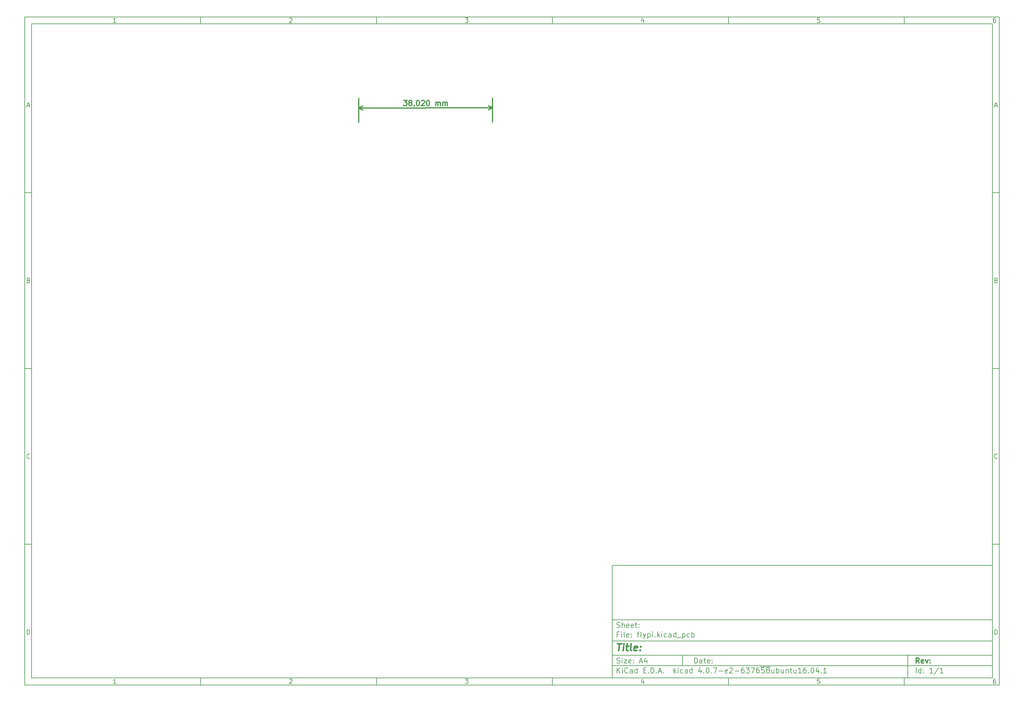
<source format=gbr>
G04 #@! TF.FileFunction,Other,User*
%FSLAX46Y46*%
G04 Gerber Fmt 4.6, Leading zero omitted, Abs format (unit mm)*
G04 Created by KiCad (PCBNEW 4.0.7-e2-6376~58~ubuntu16.04.1) date Fri Dec 29 18:16:50 2017*
%MOMM*%
%LPD*%
G01*
G04 APERTURE LIST*
%ADD10C,0.100000*%
%ADD11C,0.150000*%
%ADD12C,0.300000*%
%ADD13C,0.400000*%
G04 APERTURE END LIST*
D10*
D11*
X177002200Y-166007200D02*
X177002200Y-198007200D01*
X285002200Y-198007200D01*
X285002200Y-166007200D01*
X177002200Y-166007200D01*
D10*
D11*
X10000000Y-10000000D02*
X10000000Y-200007200D01*
X287002200Y-200007200D01*
X287002200Y-10000000D01*
X10000000Y-10000000D01*
D10*
D11*
X12000000Y-12000000D02*
X12000000Y-198007200D01*
X285002200Y-198007200D01*
X285002200Y-12000000D01*
X12000000Y-12000000D01*
D10*
D11*
X60000000Y-12000000D02*
X60000000Y-10000000D01*
D10*
D11*
X110000000Y-12000000D02*
X110000000Y-10000000D01*
D10*
D11*
X160000000Y-12000000D02*
X160000000Y-10000000D01*
D10*
D11*
X210000000Y-12000000D02*
X210000000Y-10000000D01*
D10*
D11*
X260000000Y-12000000D02*
X260000000Y-10000000D01*
D10*
D11*
X35990476Y-11588095D02*
X35247619Y-11588095D01*
X35619048Y-11588095D02*
X35619048Y-10288095D01*
X35495238Y-10473810D01*
X35371429Y-10597619D01*
X35247619Y-10659524D01*
D10*
D11*
X85247619Y-10411905D02*
X85309524Y-10350000D01*
X85433333Y-10288095D01*
X85742857Y-10288095D01*
X85866667Y-10350000D01*
X85928571Y-10411905D01*
X85990476Y-10535714D01*
X85990476Y-10659524D01*
X85928571Y-10845238D01*
X85185714Y-11588095D01*
X85990476Y-11588095D01*
D10*
D11*
X135185714Y-10288095D02*
X135990476Y-10288095D01*
X135557143Y-10783333D01*
X135742857Y-10783333D01*
X135866667Y-10845238D01*
X135928571Y-10907143D01*
X135990476Y-11030952D01*
X135990476Y-11340476D01*
X135928571Y-11464286D01*
X135866667Y-11526190D01*
X135742857Y-11588095D01*
X135371429Y-11588095D01*
X135247619Y-11526190D01*
X135185714Y-11464286D01*
D10*
D11*
X185866667Y-10721429D02*
X185866667Y-11588095D01*
X185557143Y-10226190D02*
X185247619Y-11154762D01*
X186052381Y-11154762D01*
D10*
D11*
X235928571Y-10288095D02*
X235309524Y-10288095D01*
X235247619Y-10907143D01*
X235309524Y-10845238D01*
X235433333Y-10783333D01*
X235742857Y-10783333D01*
X235866667Y-10845238D01*
X235928571Y-10907143D01*
X235990476Y-11030952D01*
X235990476Y-11340476D01*
X235928571Y-11464286D01*
X235866667Y-11526190D01*
X235742857Y-11588095D01*
X235433333Y-11588095D01*
X235309524Y-11526190D01*
X235247619Y-11464286D01*
D10*
D11*
X285866667Y-10288095D02*
X285619048Y-10288095D01*
X285495238Y-10350000D01*
X285433333Y-10411905D01*
X285309524Y-10597619D01*
X285247619Y-10845238D01*
X285247619Y-11340476D01*
X285309524Y-11464286D01*
X285371429Y-11526190D01*
X285495238Y-11588095D01*
X285742857Y-11588095D01*
X285866667Y-11526190D01*
X285928571Y-11464286D01*
X285990476Y-11340476D01*
X285990476Y-11030952D01*
X285928571Y-10907143D01*
X285866667Y-10845238D01*
X285742857Y-10783333D01*
X285495238Y-10783333D01*
X285371429Y-10845238D01*
X285309524Y-10907143D01*
X285247619Y-11030952D01*
D10*
D11*
X60000000Y-198007200D02*
X60000000Y-200007200D01*
D10*
D11*
X110000000Y-198007200D02*
X110000000Y-200007200D01*
D10*
D11*
X160000000Y-198007200D02*
X160000000Y-200007200D01*
D10*
D11*
X210000000Y-198007200D02*
X210000000Y-200007200D01*
D10*
D11*
X260000000Y-198007200D02*
X260000000Y-200007200D01*
D10*
D11*
X35990476Y-199595295D02*
X35247619Y-199595295D01*
X35619048Y-199595295D02*
X35619048Y-198295295D01*
X35495238Y-198481010D01*
X35371429Y-198604819D01*
X35247619Y-198666724D01*
D10*
D11*
X85247619Y-198419105D02*
X85309524Y-198357200D01*
X85433333Y-198295295D01*
X85742857Y-198295295D01*
X85866667Y-198357200D01*
X85928571Y-198419105D01*
X85990476Y-198542914D01*
X85990476Y-198666724D01*
X85928571Y-198852438D01*
X85185714Y-199595295D01*
X85990476Y-199595295D01*
D10*
D11*
X135185714Y-198295295D02*
X135990476Y-198295295D01*
X135557143Y-198790533D01*
X135742857Y-198790533D01*
X135866667Y-198852438D01*
X135928571Y-198914343D01*
X135990476Y-199038152D01*
X135990476Y-199347676D01*
X135928571Y-199471486D01*
X135866667Y-199533390D01*
X135742857Y-199595295D01*
X135371429Y-199595295D01*
X135247619Y-199533390D01*
X135185714Y-199471486D01*
D10*
D11*
X185866667Y-198728629D02*
X185866667Y-199595295D01*
X185557143Y-198233390D02*
X185247619Y-199161962D01*
X186052381Y-199161962D01*
D10*
D11*
X235928571Y-198295295D02*
X235309524Y-198295295D01*
X235247619Y-198914343D01*
X235309524Y-198852438D01*
X235433333Y-198790533D01*
X235742857Y-198790533D01*
X235866667Y-198852438D01*
X235928571Y-198914343D01*
X235990476Y-199038152D01*
X235990476Y-199347676D01*
X235928571Y-199471486D01*
X235866667Y-199533390D01*
X235742857Y-199595295D01*
X235433333Y-199595295D01*
X235309524Y-199533390D01*
X235247619Y-199471486D01*
D10*
D11*
X285866667Y-198295295D02*
X285619048Y-198295295D01*
X285495238Y-198357200D01*
X285433333Y-198419105D01*
X285309524Y-198604819D01*
X285247619Y-198852438D01*
X285247619Y-199347676D01*
X285309524Y-199471486D01*
X285371429Y-199533390D01*
X285495238Y-199595295D01*
X285742857Y-199595295D01*
X285866667Y-199533390D01*
X285928571Y-199471486D01*
X285990476Y-199347676D01*
X285990476Y-199038152D01*
X285928571Y-198914343D01*
X285866667Y-198852438D01*
X285742857Y-198790533D01*
X285495238Y-198790533D01*
X285371429Y-198852438D01*
X285309524Y-198914343D01*
X285247619Y-199038152D01*
D10*
D11*
X10000000Y-60000000D02*
X12000000Y-60000000D01*
D10*
D11*
X10000000Y-110000000D02*
X12000000Y-110000000D01*
D10*
D11*
X10000000Y-160000000D02*
X12000000Y-160000000D01*
D10*
D11*
X10690476Y-35216667D02*
X11309524Y-35216667D01*
X10566667Y-35588095D02*
X11000000Y-34288095D01*
X11433333Y-35588095D01*
D10*
D11*
X11092857Y-84907143D02*
X11278571Y-84969048D01*
X11340476Y-85030952D01*
X11402381Y-85154762D01*
X11402381Y-85340476D01*
X11340476Y-85464286D01*
X11278571Y-85526190D01*
X11154762Y-85588095D01*
X10659524Y-85588095D01*
X10659524Y-84288095D01*
X11092857Y-84288095D01*
X11216667Y-84350000D01*
X11278571Y-84411905D01*
X11340476Y-84535714D01*
X11340476Y-84659524D01*
X11278571Y-84783333D01*
X11216667Y-84845238D01*
X11092857Y-84907143D01*
X10659524Y-84907143D01*
D10*
D11*
X11402381Y-135464286D02*
X11340476Y-135526190D01*
X11154762Y-135588095D01*
X11030952Y-135588095D01*
X10845238Y-135526190D01*
X10721429Y-135402381D01*
X10659524Y-135278571D01*
X10597619Y-135030952D01*
X10597619Y-134845238D01*
X10659524Y-134597619D01*
X10721429Y-134473810D01*
X10845238Y-134350000D01*
X11030952Y-134288095D01*
X11154762Y-134288095D01*
X11340476Y-134350000D01*
X11402381Y-134411905D01*
D10*
D11*
X10659524Y-185588095D02*
X10659524Y-184288095D01*
X10969048Y-184288095D01*
X11154762Y-184350000D01*
X11278571Y-184473810D01*
X11340476Y-184597619D01*
X11402381Y-184845238D01*
X11402381Y-185030952D01*
X11340476Y-185278571D01*
X11278571Y-185402381D01*
X11154762Y-185526190D01*
X10969048Y-185588095D01*
X10659524Y-185588095D01*
D10*
D11*
X287002200Y-60000000D02*
X285002200Y-60000000D01*
D10*
D11*
X287002200Y-110000000D02*
X285002200Y-110000000D01*
D10*
D11*
X287002200Y-160000000D02*
X285002200Y-160000000D01*
D10*
D11*
X285692676Y-35216667D02*
X286311724Y-35216667D01*
X285568867Y-35588095D02*
X286002200Y-34288095D01*
X286435533Y-35588095D01*
D10*
D11*
X286095057Y-84907143D02*
X286280771Y-84969048D01*
X286342676Y-85030952D01*
X286404581Y-85154762D01*
X286404581Y-85340476D01*
X286342676Y-85464286D01*
X286280771Y-85526190D01*
X286156962Y-85588095D01*
X285661724Y-85588095D01*
X285661724Y-84288095D01*
X286095057Y-84288095D01*
X286218867Y-84350000D01*
X286280771Y-84411905D01*
X286342676Y-84535714D01*
X286342676Y-84659524D01*
X286280771Y-84783333D01*
X286218867Y-84845238D01*
X286095057Y-84907143D01*
X285661724Y-84907143D01*
D10*
D11*
X286404581Y-135464286D02*
X286342676Y-135526190D01*
X286156962Y-135588095D01*
X286033152Y-135588095D01*
X285847438Y-135526190D01*
X285723629Y-135402381D01*
X285661724Y-135278571D01*
X285599819Y-135030952D01*
X285599819Y-134845238D01*
X285661724Y-134597619D01*
X285723629Y-134473810D01*
X285847438Y-134350000D01*
X286033152Y-134288095D01*
X286156962Y-134288095D01*
X286342676Y-134350000D01*
X286404581Y-134411905D01*
D10*
D11*
X285661724Y-185588095D02*
X285661724Y-184288095D01*
X285971248Y-184288095D01*
X286156962Y-184350000D01*
X286280771Y-184473810D01*
X286342676Y-184597619D01*
X286404581Y-184845238D01*
X286404581Y-185030952D01*
X286342676Y-185278571D01*
X286280771Y-185402381D01*
X286156962Y-185526190D01*
X285971248Y-185588095D01*
X285661724Y-185588095D01*
D10*
D11*
X200359343Y-193785771D02*
X200359343Y-192285771D01*
X200716486Y-192285771D01*
X200930771Y-192357200D01*
X201073629Y-192500057D01*
X201145057Y-192642914D01*
X201216486Y-192928629D01*
X201216486Y-193142914D01*
X201145057Y-193428629D01*
X201073629Y-193571486D01*
X200930771Y-193714343D01*
X200716486Y-193785771D01*
X200359343Y-193785771D01*
X202502200Y-193785771D02*
X202502200Y-193000057D01*
X202430771Y-192857200D01*
X202287914Y-192785771D01*
X202002200Y-192785771D01*
X201859343Y-192857200D01*
X202502200Y-193714343D02*
X202359343Y-193785771D01*
X202002200Y-193785771D01*
X201859343Y-193714343D01*
X201787914Y-193571486D01*
X201787914Y-193428629D01*
X201859343Y-193285771D01*
X202002200Y-193214343D01*
X202359343Y-193214343D01*
X202502200Y-193142914D01*
X203002200Y-192785771D02*
X203573629Y-192785771D01*
X203216486Y-192285771D02*
X203216486Y-193571486D01*
X203287914Y-193714343D01*
X203430772Y-193785771D01*
X203573629Y-193785771D01*
X204645057Y-193714343D02*
X204502200Y-193785771D01*
X204216486Y-193785771D01*
X204073629Y-193714343D01*
X204002200Y-193571486D01*
X204002200Y-193000057D01*
X204073629Y-192857200D01*
X204216486Y-192785771D01*
X204502200Y-192785771D01*
X204645057Y-192857200D01*
X204716486Y-193000057D01*
X204716486Y-193142914D01*
X204002200Y-193285771D01*
X205359343Y-193642914D02*
X205430771Y-193714343D01*
X205359343Y-193785771D01*
X205287914Y-193714343D01*
X205359343Y-193642914D01*
X205359343Y-193785771D01*
X205359343Y-192857200D02*
X205430771Y-192928629D01*
X205359343Y-193000057D01*
X205287914Y-192928629D01*
X205359343Y-192857200D01*
X205359343Y-193000057D01*
D10*
D11*
X177002200Y-194507200D02*
X285002200Y-194507200D01*
D10*
D11*
X178359343Y-196585771D02*
X178359343Y-195085771D01*
X179216486Y-196585771D02*
X178573629Y-195728629D01*
X179216486Y-195085771D02*
X178359343Y-195942914D01*
X179859343Y-196585771D02*
X179859343Y-195585771D01*
X179859343Y-195085771D02*
X179787914Y-195157200D01*
X179859343Y-195228629D01*
X179930771Y-195157200D01*
X179859343Y-195085771D01*
X179859343Y-195228629D01*
X181430772Y-196442914D02*
X181359343Y-196514343D01*
X181145057Y-196585771D01*
X181002200Y-196585771D01*
X180787915Y-196514343D01*
X180645057Y-196371486D01*
X180573629Y-196228629D01*
X180502200Y-195942914D01*
X180502200Y-195728629D01*
X180573629Y-195442914D01*
X180645057Y-195300057D01*
X180787915Y-195157200D01*
X181002200Y-195085771D01*
X181145057Y-195085771D01*
X181359343Y-195157200D01*
X181430772Y-195228629D01*
X182716486Y-196585771D02*
X182716486Y-195800057D01*
X182645057Y-195657200D01*
X182502200Y-195585771D01*
X182216486Y-195585771D01*
X182073629Y-195657200D01*
X182716486Y-196514343D02*
X182573629Y-196585771D01*
X182216486Y-196585771D01*
X182073629Y-196514343D01*
X182002200Y-196371486D01*
X182002200Y-196228629D01*
X182073629Y-196085771D01*
X182216486Y-196014343D01*
X182573629Y-196014343D01*
X182716486Y-195942914D01*
X184073629Y-196585771D02*
X184073629Y-195085771D01*
X184073629Y-196514343D02*
X183930772Y-196585771D01*
X183645058Y-196585771D01*
X183502200Y-196514343D01*
X183430772Y-196442914D01*
X183359343Y-196300057D01*
X183359343Y-195871486D01*
X183430772Y-195728629D01*
X183502200Y-195657200D01*
X183645058Y-195585771D01*
X183930772Y-195585771D01*
X184073629Y-195657200D01*
X185930772Y-195800057D02*
X186430772Y-195800057D01*
X186645058Y-196585771D02*
X185930772Y-196585771D01*
X185930772Y-195085771D01*
X186645058Y-195085771D01*
X187287915Y-196442914D02*
X187359343Y-196514343D01*
X187287915Y-196585771D01*
X187216486Y-196514343D01*
X187287915Y-196442914D01*
X187287915Y-196585771D01*
X188002201Y-196585771D02*
X188002201Y-195085771D01*
X188359344Y-195085771D01*
X188573629Y-195157200D01*
X188716487Y-195300057D01*
X188787915Y-195442914D01*
X188859344Y-195728629D01*
X188859344Y-195942914D01*
X188787915Y-196228629D01*
X188716487Y-196371486D01*
X188573629Y-196514343D01*
X188359344Y-196585771D01*
X188002201Y-196585771D01*
X189502201Y-196442914D02*
X189573629Y-196514343D01*
X189502201Y-196585771D01*
X189430772Y-196514343D01*
X189502201Y-196442914D01*
X189502201Y-196585771D01*
X190145058Y-196157200D02*
X190859344Y-196157200D01*
X190002201Y-196585771D02*
X190502201Y-195085771D01*
X191002201Y-196585771D01*
X191502201Y-196442914D02*
X191573629Y-196514343D01*
X191502201Y-196585771D01*
X191430772Y-196514343D01*
X191502201Y-196442914D01*
X191502201Y-196585771D01*
X194502201Y-196585771D02*
X194502201Y-195085771D01*
X194645058Y-196014343D02*
X195073629Y-196585771D01*
X195073629Y-195585771D02*
X194502201Y-196157200D01*
X195716487Y-196585771D02*
X195716487Y-195585771D01*
X195716487Y-195085771D02*
X195645058Y-195157200D01*
X195716487Y-195228629D01*
X195787915Y-195157200D01*
X195716487Y-195085771D01*
X195716487Y-195228629D01*
X197073630Y-196514343D02*
X196930773Y-196585771D01*
X196645059Y-196585771D01*
X196502201Y-196514343D01*
X196430773Y-196442914D01*
X196359344Y-196300057D01*
X196359344Y-195871486D01*
X196430773Y-195728629D01*
X196502201Y-195657200D01*
X196645059Y-195585771D01*
X196930773Y-195585771D01*
X197073630Y-195657200D01*
X198359344Y-196585771D02*
X198359344Y-195800057D01*
X198287915Y-195657200D01*
X198145058Y-195585771D01*
X197859344Y-195585771D01*
X197716487Y-195657200D01*
X198359344Y-196514343D02*
X198216487Y-196585771D01*
X197859344Y-196585771D01*
X197716487Y-196514343D01*
X197645058Y-196371486D01*
X197645058Y-196228629D01*
X197716487Y-196085771D01*
X197859344Y-196014343D01*
X198216487Y-196014343D01*
X198359344Y-195942914D01*
X199716487Y-196585771D02*
X199716487Y-195085771D01*
X199716487Y-196514343D02*
X199573630Y-196585771D01*
X199287916Y-196585771D01*
X199145058Y-196514343D01*
X199073630Y-196442914D01*
X199002201Y-196300057D01*
X199002201Y-195871486D01*
X199073630Y-195728629D01*
X199145058Y-195657200D01*
X199287916Y-195585771D01*
X199573630Y-195585771D01*
X199716487Y-195657200D01*
X202216487Y-195585771D02*
X202216487Y-196585771D01*
X201859344Y-195014343D02*
X201502201Y-196085771D01*
X202430773Y-196085771D01*
X203002201Y-196442914D02*
X203073629Y-196514343D01*
X203002201Y-196585771D01*
X202930772Y-196514343D01*
X203002201Y-196442914D01*
X203002201Y-196585771D01*
X204002201Y-195085771D02*
X204145058Y-195085771D01*
X204287915Y-195157200D01*
X204359344Y-195228629D01*
X204430773Y-195371486D01*
X204502201Y-195657200D01*
X204502201Y-196014343D01*
X204430773Y-196300057D01*
X204359344Y-196442914D01*
X204287915Y-196514343D01*
X204145058Y-196585771D01*
X204002201Y-196585771D01*
X203859344Y-196514343D01*
X203787915Y-196442914D01*
X203716487Y-196300057D01*
X203645058Y-196014343D01*
X203645058Y-195657200D01*
X203716487Y-195371486D01*
X203787915Y-195228629D01*
X203859344Y-195157200D01*
X204002201Y-195085771D01*
X205145058Y-196442914D02*
X205216486Y-196514343D01*
X205145058Y-196585771D01*
X205073629Y-196514343D01*
X205145058Y-196442914D01*
X205145058Y-196585771D01*
X205716487Y-195085771D02*
X206716487Y-195085771D01*
X206073630Y-196585771D01*
X207287915Y-196014343D02*
X208430772Y-196014343D01*
X209716486Y-196514343D02*
X209573629Y-196585771D01*
X209287915Y-196585771D01*
X209145058Y-196514343D01*
X209073629Y-196371486D01*
X209073629Y-195800057D01*
X209145058Y-195657200D01*
X209287915Y-195585771D01*
X209573629Y-195585771D01*
X209716486Y-195657200D01*
X209787915Y-195800057D01*
X209787915Y-195942914D01*
X209073629Y-196085771D01*
X210359343Y-195228629D02*
X210430772Y-195157200D01*
X210573629Y-195085771D01*
X210930772Y-195085771D01*
X211073629Y-195157200D01*
X211145058Y-195228629D01*
X211216486Y-195371486D01*
X211216486Y-195514343D01*
X211145058Y-195728629D01*
X210287915Y-196585771D01*
X211216486Y-196585771D01*
X211859343Y-196014343D02*
X213002200Y-196014343D01*
X214359343Y-195085771D02*
X214073629Y-195085771D01*
X213930772Y-195157200D01*
X213859343Y-195228629D01*
X213716486Y-195442914D01*
X213645057Y-195728629D01*
X213645057Y-196300057D01*
X213716486Y-196442914D01*
X213787914Y-196514343D01*
X213930772Y-196585771D01*
X214216486Y-196585771D01*
X214359343Y-196514343D01*
X214430772Y-196442914D01*
X214502200Y-196300057D01*
X214502200Y-195942914D01*
X214430772Y-195800057D01*
X214359343Y-195728629D01*
X214216486Y-195657200D01*
X213930772Y-195657200D01*
X213787914Y-195728629D01*
X213716486Y-195800057D01*
X213645057Y-195942914D01*
X215002200Y-195085771D02*
X215930771Y-195085771D01*
X215430771Y-195657200D01*
X215645057Y-195657200D01*
X215787914Y-195728629D01*
X215859343Y-195800057D01*
X215930771Y-195942914D01*
X215930771Y-196300057D01*
X215859343Y-196442914D01*
X215787914Y-196514343D01*
X215645057Y-196585771D01*
X215216485Y-196585771D01*
X215073628Y-196514343D01*
X215002200Y-196442914D01*
X216430771Y-195085771D02*
X217430771Y-195085771D01*
X216787914Y-196585771D01*
X218645056Y-195085771D02*
X218359342Y-195085771D01*
X218216485Y-195157200D01*
X218145056Y-195228629D01*
X218002199Y-195442914D01*
X217930770Y-195728629D01*
X217930770Y-196300057D01*
X218002199Y-196442914D01*
X218073627Y-196514343D01*
X218216485Y-196585771D01*
X218502199Y-196585771D01*
X218645056Y-196514343D01*
X218716485Y-196442914D01*
X218787913Y-196300057D01*
X218787913Y-195942914D01*
X218716485Y-195800057D01*
X218645056Y-195728629D01*
X218502199Y-195657200D01*
X218216485Y-195657200D01*
X218073627Y-195728629D01*
X218002199Y-195800057D01*
X217930770Y-195942914D01*
X220145056Y-195085771D02*
X219430770Y-195085771D01*
X219359341Y-195800057D01*
X219430770Y-195728629D01*
X219573627Y-195657200D01*
X219930770Y-195657200D01*
X220073627Y-195728629D01*
X220145056Y-195800057D01*
X220216484Y-195942914D01*
X220216484Y-196300057D01*
X220145056Y-196442914D01*
X220073627Y-196514343D01*
X219930770Y-196585771D01*
X219573627Y-196585771D01*
X219430770Y-196514343D01*
X219359341Y-196442914D01*
X221073627Y-195728629D02*
X220930769Y-195657200D01*
X220859341Y-195585771D01*
X220787912Y-195442914D01*
X220787912Y-195371486D01*
X220859341Y-195228629D01*
X220930769Y-195157200D01*
X221073627Y-195085771D01*
X221359341Y-195085771D01*
X221502198Y-195157200D01*
X221573627Y-195228629D01*
X221645055Y-195371486D01*
X221645055Y-195442914D01*
X221573627Y-195585771D01*
X221502198Y-195657200D01*
X221359341Y-195728629D01*
X221073627Y-195728629D01*
X220930769Y-195800057D01*
X220859341Y-195871486D01*
X220787912Y-196014343D01*
X220787912Y-196300057D01*
X220859341Y-196442914D01*
X220930769Y-196514343D01*
X221073627Y-196585771D01*
X221359341Y-196585771D01*
X221502198Y-196514343D01*
X221573627Y-196442914D01*
X221645055Y-196300057D01*
X221645055Y-196014343D01*
X221573627Y-195871486D01*
X221502198Y-195800057D01*
X221359341Y-195728629D01*
X219073627Y-194827200D02*
X221930769Y-194827200D01*
X222930769Y-195585771D02*
X222930769Y-196585771D01*
X222287912Y-195585771D02*
X222287912Y-196371486D01*
X222359340Y-196514343D01*
X222502198Y-196585771D01*
X222716483Y-196585771D01*
X222859340Y-196514343D01*
X222930769Y-196442914D01*
X223645055Y-196585771D02*
X223645055Y-195085771D01*
X223645055Y-195657200D02*
X223787912Y-195585771D01*
X224073626Y-195585771D01*
X224216483Y-195657200D01*
X224287912Y-195728629D01*
X224359341Y-195871486D01*
X224359341Y-196300057D01*
X224287912Y-196442914D01*
X224216483Y-196514343D01*
X224073626Y-196585771D01*
X223787912Y-196585771D01*
X223645055Y-196514343D01*
X225645055Y-195585771D02*
X225645055Y-196585771D01*
X225002198Y-195585771D02*
X225002198Y-196371486D01*
X225073626Y-196514343D01*
X225216484Y-196585771D01*
X225430769Y-196585771D01*
X225573626Y-196514343D01*
X225645055Y-196442914D01*
X226359341Y-195585771D02*
X226359341Y-196585771D01*
X226359341Y-195728629D02*
X226430769Y-195657200D01*
X226573627Y-195585771D01*
X226787912Y-195585771D01*
X226930769Y-195657200D01*
X227002198Y-195800057D01*
X227002198Y-196585771D01*
X227502198Y-195585771D02*
X228073627Y-195585771D01*
X227716484Y-195085771D02*
X227716484Y-196371486D01*
X227787912Y-196514343D01*
X227930770Y-196585771D01*
X228073627Y-196585771D01*
X229216484Y-195585771D02*
X229216484Y-196585771D01*
X228573627Y-195585771D02*
X228573627Y-196371486D01*
X228645055Y-196514343D01*
X228787913Y-196585771D01*
X229002198Y-196585771D01*
X229145055Y-196514343D01*
X229216484Y-196442914D01*
X230716484Y-196585771D02*
X229859341Y-196585771D01*
X230287913Y-196585771D02*
X230287913Y-195085771D01*
X230145056Y-195300057D01*
X230002198Y-195442914D01*
X229859341Y-195514343D01*
X232002198Y-195085771D02*
X231716484Y-195085771D01*
X231573627Y-195157200D01*
X231502198Y-195228629D01*
X231359341Y-195442914D01*
X231287912Y-195728629D01*
X231287912Y-196300057D01*
X231359341Y-196442914D01*
X231430769Y-196514343D01*
X231573627Y-196585771D01*
X231859341Y-196585771D01*
X232002198Y-196514343D01*
X232073627Y-196442914D01*
X232145055Y-196300057D01*
X232145055Y-195942914D01*
X232073627Y-195800057D01*
X232002198Y-195728629D01*
X231859341Y-195657200D01*
X231573627Y-195657200D01*
X231430769Y-195728629D01*
X231359341Y-195800057D01*
X231287912Y-195942914D01*
X232787912Y-196442914D02*
X232859340Y-196514343D01*
X232787912Y-196585771D01*
X232716483Y-196514343D01*
X232787912Y-196442914D01*
X232787912Y-196585771D01*
X233787912Y-195085771D02*
X233930769Y-195085771D01*
X234073626Y-195157200D01*
X234145055Y-195228629D01*
X234216484Y-195371486D01*
X234287912Y-195657200D01*
X234287912Y-196014343D01*
X234216484Y-196300057D01*
X234145055Y-196442914D01*
X234073626Y-196514343D01*
X233930769Y-196585771D01*
X233787912Y-196585771D01*
X233645055Y-196514343D01*
X233573626Y-196442914D01*
X233502198Y-196300057D01*
X233430769Y-196014343D01*
X233430769Y-195657200D01*
X233502198Y-195371486D01*
X233573626Y-195228629D01*
X233645055Y-195157200D01*
X233787912Y-195085771D01*
X235573626Y-195585771D02*
X235573626Y-196585771D01*
X235216483Y-195014343D02*
X234859340Y-196085771D01*
X235787912Y-196085771D01*
X236359340Y-196442914D02*
X236430768Y-196514343D01*
X236359340Y-196585771D01*
X236287911Y-196514343D01*
X236359340Y-196442914D01*
X236359340Y-196585771D01*
X237859340Y-196585771D02*
X237002197Y-196585771D01*
X237430769Y-196585771D02*
X237430769Y-195085771D01*
X237287912Y-195300057D01*
X237145054Y-195442914D01*
X237002197Y-195514343D01*
D10*
D11*
X177002200Y-191507200D02*
X285002200Y-191507200D01*
D10*
D12*
X264216486Y-193785771D02*
X263716486Y-193071486D01*
X263359343Y-193785771D02*
X263359343Y-192285771D01*
X263930771Y-192285771D01*
X264073629Y-192357200D01*
X264145057Y-192428629D01*
X264216486Y-192571486D01*
X264216486Y-192785771D01*
X264145057Y-192928629D01*
X264073629Y-193000057D01*
X263930771Y-193071486D01*
X263359343Y-193071486D01*
X265430771Y-193714343D02*
X265287914Y-193785771D01*
X265002200Y-193785771D01*
X264859343Y-193714343D01*
X264787914Y-193571486D01*
X264787914Y-193000057D01*
X264859343Y-192857200D01*
X265002200Y-192785771D01*
X265287914Y-192785771D01*
X265430771Y-192857200D01*
X265502200Y-193000057D01*
X265502200Y-193142914D01*
X264787914Y-193285771D01*
X266002200Y-192785771D02*
X266359343Y-193785771D01*
X266716485Y-192785771D01*
X267287914Y-193642914D02*
X267359342Y-193714343D01*
X267287914Y-193785771D01*
X267216485Y-193714343D01*
X267287914Y-193642914D01*
X267287914Y-193785771D01*
X267287914Y-192857200D02*
X267359342Y-192928629D01*
X267287914Y-193000057D01*
X267216485Y-192928629D01*
X267287914Y-192857200D01*
X267287914Y-193000057D01*
D10*
D11*
X178287914Y-193714343D02*
X178502200Y-193785771D01*
X178859343Y-193785771D01*
X179002200Y-193714343D01*
X179073629Y-193642914D01*
X179145057Y-193500057D01*
X179145057Y-193357200D01*
X179073629Y-193214343D01*
X179002200Y-193142914D01*
X178859343Y-193071486D01*
X178573629Y-193000057D01*
X178430771Y-192928629D01*
X178359343Y-192857200D01*
X178287914Y-192714343D01*
X178287914Y-192571486D01*
X178359343Y-192428629D01*
X178430771Y-192357200D01*
X178573629Y-192285771D01*
X178930771Y-192285771D01*
X179145057Y-192357200D01*
X179787914Y-193785771D02*
X179787914Y-192785771D01*
X179787914Y-192285771D02*
X179716485Y-192357200D01*
X179787914Y-192428629D01*
X179859342Y-192357200D01*
X179787914Y-192285771D01*
X179787914Y-192428629D01*
X180359343Y-192785771D02*
X181145057Y-192785771D01*
X180359343Y-193785771D01*
X181145057Y-193785771D01*
X182287914Y-193714343D02*
X182145057Y-193785771D01*
X181859343Y-193785771D01*
X181716486Y-193714343D01*
X181645057Y-193571486D01*
X181645057Y-193000057D01*
X181716486Y-192857200D01*
X181859343Y-192785771D01*
X182145057Y-192785771D01*
X182287914Y-192857200D01*
X182359343Y-193000057D01*
X182359343Y-193142914D01*
X181645057Y-193285771D01*
X183002200Y-193642914D02*
X183073628Y-193714343D01*
X183002200Y-193785771D01*
X182930771Y-193714343D01*
X183002200Y-193642914D01*
X183002200Y-193785771D01*
X183002200Y-192857200D02*
X183073628Y-192928629D01*
X183002200Y-193000057D01*
X182930771Y-192928629D01*
X183002200Y-192857200D01*
X183002200Y-193000057D01*
X184787914Y-193357200D02*
X185502200Y-193357200D01*
X184645057Y-193785771D02*
X185145057Y-192285771D01*
X185645057Y-193785771D01*
X186787914Y-192785771D02*
X186787914Y-193785771D01*
X186430771Y-192214343D02*
X186073628Y-193285771D01*
X187002200Y-193285771D01*
D10*
D11*
X263359343Y-196585771D02*
X263359343Y-195085771D01*
X264716486Y-196585771D02*
X264716486Y-195085771D01*
X264716486Y-196514343D02*
X264573629Y-196585771D01*
X264287915Y-196585771D01*
X264145057Y-196514343D01*
X264073629Y-196442914D01*
X264002200Y-196300057D01*
X264002200Y-195871486D01*
X264073629Y-195728629D01*
X264145057Y-195657200D01*
X264287915Y-195585771D01*
X264573629Y-195585771D01*
X264716486Y-195657200D01*
X265430772Y-196442914D02*
X265502200Y-196514343D01*
X265430772Y-196585771D01*
X265359343Y-196514343D01*
X265430772Y-196442914D01*
X265430772Y-196585771D01*
X265430772Y-195657200D02*
X265502200Y-195728629D01*
X265430772Y-195800057D01*
X265359343Y-195728629D01*
X265430772Y-195657200D01*
X265430772Y-195800057D01*
X268073629Y-196585771D02*
X267216486Y-196585771D01*
X267645058Y-196585771D02*
X267645058Y-195085771D01*
X267502201Y-195300057D01*
X267359343Y-195442914D01*
X267216486Y-195514343D01*
X269787914Y-195014343D02*
X268502200Y-196942914D01*
X271073629Y-196585771D02*
X270216486Y-196585771D01*
X270645058Y-196585771D02*
X270645058Y-195085771D01*
X270502201Y-195300057D01*
X270359343Y-195442914D01*
X270216486Y-195514343D01*
D10*
D11*
X177002200Y-187507200D02*
X285002200Y-187507200D01*
D10*
D13*
X178454581Y-188211962D02*
X179597438Y-188211962D01*
X178776010Y-190211962D02*
X179026010Y-188211962D01*
X180014105Y-190211962D02*
X180180771Y-188878629D01*
X180264105Y-188211962D02*
X180156962Y-188307200D01*
X180240295Y-188402438D01*
X180347439Y-188307200D01*
X180264105Y-188211962D01*
X180240295Y-188402438D01*
X180847438Y-188878629D02*
X181609343Y-188878629D01*
X181216486Y-188211962D02*
X181002200Y-189926248D01*
X181073630Y-190116724D01*
X181252201Y-190211962D01*
X181442677Y-190211962D01*
X182395058Y-190211962D02*
X182216487Y-190116724D01*
X182145057Y-189926248D01*
X182359343Y-188211962D01*
X183930772Y-190116724D02*
X183728391Y-190211962D01*
X183347439Y-190211962D01*
X183168867Y-190116724D01*
X183097438Y-189926248D01*
X183192676Y-189164343D01*
X183311724Y-188973867D01*
X183514105Y-188878629D01*
X183895057Y-188878629D01*
X184073629Y-188973867D01*
X184145057Y-189164343D01*
X184121248Y-189354819D01*
X183145057Y-189545295D01*
X184895057Y-190021486D02*
X184978392Y-190116724D01*
X184871248Y-190211962D01*
X184787915Y-190116724D01*
X184895057Y-190021486D01*
X184871248Y-190211962D01*
X185026010Y-188973867D02*
X185109344Y-189069105D01*
X185002200Y-189164343D01*
X184918867Y-189069105D01*
X185026010Y-188973867D01*
X185002200Y-189164343D01*
D10*
D11*
X178859343Y-185600057D02*
X178359343Y-185600057D01*
X178359343Y-186385771D02*
X178359343Y-184885771D01*
X179073629Y-184885771D01*
X179645057Y-186385771D02*
X179645057Y-185385771D01*
X179645057Y-184885771D02*
X179573628Y-184957200D01*
X179645057Y-185028629D01*
X179716485Y-184957200D01*
X179645057Y-184885771D01*
X179645057Y-185028629D01*
X180573629Y-186385771D02*
X180430771Y-186314343D01*
X180359343Y-186171486D01*
X180359343Y-184885771D01*
X181716485Y-186314343D02*
X181573628Y-186385771D01*
X181287914Y-186385771D01*
X181145057Y-186314343D01*
X181073628Y-186171486D01*
X181073628Y-185600057D01*
X181145057Y-185457200D01*
X181287914Y-185385771D01*
X181573628Y-185385771D01*
X181716485Y-185457200D01*
X181787914Y-185600057D01*
X181787914Y-185742914D01*
X181073628Y-185885771D01*
X182430771Y-186242914D02*
X182502199Y-186314343D01*
X182430771Y-186385771D01*
X182359342Y-186314343D01*
X182430771Y-186242914D01*
X182430771Y-186385771D01*
X182430771Y-185457200D02*
X182502199Y-185528629D01*
X182430771Y-185600057D01*
X182359342Y-185528629D01*
X182430771Y-185457200D01*
X182430771Y-185600057D01*
X184073628Y-185385771D02*
X184645057Y-185385771D01*
X184287914Y-186385771D02*
X184287914Y-185100057D01*
X184359342Y-184957200D01*
X184502200Y-184885771D01*
X184645057Y-184885771D01*
X185359343Y-186385771D02*
X185216485Y-186314343D01*
X185145057Y-186171486D01*
X185145057Y-184885771D01*
X185787914Y-185385771D02*
X186145057Y-186385771D01*
X186502199Y-185385771D02*
X186145057Y-186385771D01*
X186002199Y-186742914D01*
X185930771Y-186814343D01*
X185787914Y-186885771D01*
X187073628Y-185385771D02*
X187073628Y-186885771D01*
X187073628Y-185457200D02*
X187216485Y-185385771D01*
X187502199Y-185385771D01*
X187645056Y-185457200D01*
X187716485Y-185528629D01*
X187787914Y-185671486D01*
X187787914Y-186100057D01*
X187716485Y-186242914D01*
X187645056Y-186314343D01*
X187502199Y-186385771D01*
X187216485Y-186385771D01*
X187073628Y-186314343D01*
X188430771Y-186385771D02*
X188430771Y-185385771D01*
X188430771Y-184885771D02*
X188359342Y-184957200D01*
X188430771Y-185028629D01*
X188502199Y-184957200D01*
X188430771Y-184885771D01*
X188430771Y-185028629D01*
X189145057Y-186242914D02*
X189216485Y-186314343D01*
X189145057Y-186385771D01*
X189073628Y-186314343D01*
X189145057Y-186242914D01*
X189145057Y-186385771D01*
X189859343Y-186385771D02*
X189859343Y-184885771D01*
X190002200Y-185814343D02*
X190430771Y-186385771D01*
X190430771Y-185385771D02*
X189859343Y-185957200D01*
X191073629Y-186385771D02*
X191073629Y-185385771D01*
X191073629Y-184885771D02*
X191002200Y-184957200D01*
X191073629Y-185028629D01*
X191145057Y-184957200D01*
X191073629Y-184885771D01*
X191073629Y-185028629D01*
X192430772Y-186314343D02*
X192287915Y-186385771D01*
X192002201Y-186385771D01*
X191859343Y-186314343D01*
X191787915Y-186242914D01*
X191716486Y-186100057D01*
X191716486Y-185671486D01*
X191787915Y-185528629D01*
X191859343Y-185457200D01*
X192002201Y-185385771D01*
X192287915Y-185385771D01*
X192430772Y-185457200D01*
X193716486Y-186385771D02*
X193716486Y-185600057D01*
X193645057Y-185457200D01*
X193502200Y-185385771D01*
X193216486Y-185385771D01*
X193073629Y-185457200D01*
X193716486Y-186314343D02*
X193573629Y-186385771D01*
X193216486Y-186385771D01*
X193073629Y-186314343D01*
X193002200Y-186171486D01*
X193002200Y-186028629D01*
X193073629Y-185885771D01*
X193216486Y-185814343D01*
X193573629Y-185814343D01*
X193716486Y-185742914D01*
X195073629Y-186385771D02*
X195073629Y-184885771D01*
X195073629Y-186314343D02*
X194930772Y-186385771D01*
X194645058Y-186385771D01*
X194502200Y-186314343D01*
X194430772Y-186242914D01*
X194359343Y-186100057D01*
X194359343Y-185671486D01*
X194430772Y-185528629D01*
X194502200Y-185457200D01*
X194645058Y-185385771D01*
X194930772Y-185385771D01*
X195073629Y-185457200D01*
X195430772Y-186528629D02*
X196573629Y-186528629D01*
X196930772Y-185385771D02*
X196930772Y-186885771D01*
X196930772Y-185457200D02*
X197073629Y-185385771D01*
X197359343Y-185385771D01*
X197502200Y-185457200D01*
X197573629Y-185528629D01*
X197645058Y-185671486D01*
X197645058Y-186100057D01*
X197573629Y-186242914D01*
X197502200Y-186314343D01*
X197359343Y-186385771D01*
X197073629Y-186385771D01*
X196930772Y-186314343D01*
X198930772Y-186314343D02*
X198787915Y-186385771D01*
X198502201Y-186385771D01*
X198359343Y-186314343D01*
X198287915Y-186242914D01*
X198216486Y-186100057D01*
X198216486Y-185671486D01*
X198287915Y-185528629D01*
X198359343Y-185457200D01*
X198502201Y-185385771D01*
X198787915Y-185385771D01*
X198930772Y-185457200D01*
X199573629Y-186385771D02*
X199573629Y-184885771D01*
X199573629Y-185457200D02*
X199716486Y-185385771D01*
X200002200Y-185385771D01*
X200145057Y-185457200D01*
X200216486Y-185528629D01*
X200287915Y-185671486D01*
X200287915Y-186100057D01*
X200216486Y-186242914D01*
X200145057Y-186314343D01*
X200002200Y-186385771D01*
X199716486Y-186385771D01*
X199573629Y-186314343D01*
D10*
D11*
X177002200Y-181507200D02*
X285002200Y-181507200D01*
D10*
D11*
X178287914Y-183614343D02*
X178502200Y-183685771D01*
X178859343Y-183685771D01*
X179002200Y-183614343D01*
X179073629Y-183542914D01*
X179145057Y-183400057D01*
X179145057Y-183257200D01*
X179073629Y-183114343D01*
X179002200Y-183042914D01*
X178859343Y-182971486D01*
X178573629Y-182900057D01*
X178430771Y-182828629D01*
X178359343Y-182757200D01*
X178287914Y-182614343D01*
X178287914Y-182471486D01*
X178359343Y-182328629D01*
X178430771Y-182257200D01*
X178573629Y-182185771D01*
X178930771Y-182185771D01*
X179145057Y-182257200D01*
X179787914Y-183685771D02*
X179787914Y-182185771D01*
X180430771Y-183685771D02*
X180430771Y-182900057D01*
X180359342Y-182757200D01*
X180216485Y-182685771D01*
X180002200Y-182685771D01*
X179859342Y-182757200D01*
X179787914Y-182828629D01*
X181716485Y-183614343D02*
X181573628Y-183685771D01*
X181287914Y-183685771D01*
X181145057Y-183614343D01*
X181073628Y-183471486D01*
X181073628Y-182900057D01*
X181145057Y-182757200D01*
X181287914Y-182685771D01*
X181573628Y-182685771D01*
X181716485Y-182757200D01*
X181787914Y-182900057D01*
X181787914Y-183042914D01*
X181073628Y-183185771D01*
X183002199Y-183614343D02*
X182859342Y-183685771D01*
X182573628Y-183685771D01*
X182430771Y-183614343D01*
X182359342Y-183471486D01*
X182359342Y-182900057D01*
X182430771Y-182757200D01*
X182573628Y-182685771D01*
X182859342Y-182685771D01*
X183002199Y-182757200D01*
X183073628Y-182900057D01*
X183073628Y-183042914D01*
X182359342Y-183185771D01*
X183502199Y-182685771D02*
X184073628Y-182685771D01*
X183716485Y-182185771D02*
X183716485Y-183471486D01*
X183787913Y-183614343D01*
X183930771Y-183685771D01*
X184073628Y-183685771D01*
X184573628Y-183542914D02*
X184645056Y-183614343D01*
X184573628Y-183685771D01*
X184502199Y-183614343D01*
X184573628Y-183542914D01*
X184573628Y-183685771D01*
X184573628Y-182757200D02*
X184645056Y-182828629D01*
X184573628Y-182900057D01*
X184502199Y-182828629D01*
X184573628Y-182757200D01*
X184573628Y-182900057D01*
D10*
D11*
X197002200Y-191507200D02*
X197002200Y-194507200D01*
D10*
D11*
X261002200Y-191507200D02*
X261002200Y-198007200D01*
D12*
X117681242Y-33736786D02*
X118609810Y-33734832D01*
X118111014Y-34307312D01*
X118325299Y-34306861D01*
X118468306Y-34377989D01*
X118539886Y-34449267D01*
X118611614Y-34591973D01*
X118612365Y-34949115D01*
X118541238Y-35092122D01*
X118469960Y-35163701D01*
X118327253Y-35235430D01*
X117898682Y-35236332D01*
X117755675Y-35165204D01*
X117684097Y-35093926D01*
X119468304Y-34375885D02*
X119325296Y-34304757D01*
X119253718Y-34233478D01*
X119181989Y-34090772D01*
X119181838Y-34019344D01*
X119252967Y-33876337D01*
X119324244Y-33804758D01*
X119466952Y-33733028D01*
X119752665Y-33732427D01*
X119895672Y-33803556D01*
X119967251Y-33874834D01*
X120038979Y-34017540D01*
X120039130Y-34088968D01*
X119968003Y-34231975D01*
X119896724Y-34303554D01*
X119754018Y-34375284D01*
X119468304Y-34375885D01*
X119325597Y-34447614D01*
X119254319Y-34519193D01*
X119183191Y-34662200D01*
X119183792Y-34947913D01*
X119255522Y-35090619D01*
X119327100Y-35161898D01*
X119470108Y-35233025D01*
X119755821Y-35232424D01*
X119898528Y-35160696D01*
X119969806Y-35089116D01*
X120040933Y-34946109D01*
X120040332Y-34660396D01*
X119968604Y-34517690D01*
X119897025Y-34446411D01*
X119754018Y-34375284D01*
X120755668Y-35158892D02*
X120755818Y-35230320D01*
X120684691Y-35373328D01*
X120613412Y-35444906D01*
X121681232Y-33728369D02*
X121824088Y-33728069D01*
X121967095Y-33799197D01*
X122038674Y-33870476D01*
X122110404Y-34013182D01*
X122182433Y-34298745D01*
X122183184Y-34655887D01*
X122112358Y-34941751D01*
X122041229Y-35084758D01*
X121969951Y-35156337D01*
X121827245Y-35228065D01*
X121684388Y-35228366D01*
X121541381Y-35157239D01*
X121469802Y-35085960D01*
X121398073Y-34943254D01*
X121326043Y-34657691D01*
X121325292Y-34300549D01*
X121396119Y-34014685D01*
X121467247Y-33871678D01*
X121538525Y-33800099D01*
X121681232Y-33728369D01*
X122752958Y-33868973D02*
X122824236Y-33797393D01*
X122966943Y-33725664D01*
X123324085Y-33724912D01*
X123467092Y-33796041D01*
X123538671Y-33867319D01*
X123610400Y-34010026D01*
X123610700Y-34152882D01*
X123539723Y-34367318D01*
X122684386Y-35226262D01*
X123612955Y-35224308D01*
X124538367Y-33722357D02*
X124681224Y-33722057D01*
X124824231Y-33793185D01*
X124895810Y-33864464D01*
X124967540Y-34007170D01*
X125039569Y-34292733D01*
X125040320Y-34649875D01*
X124969493Y-34935739D01*
X124898365Y-35078746D01*
X124827087Y-35150325D01*
X124684380Y-35222054D01*
X124541524Y-35222354D01*
X124398517Y-35151227D01*
X124326937Y-35079948D01*
X124255209Y-34937242D01*
X124183179Y-34651679D01*
X124182427Y-34294537D01*
X124253255Y-34008673D01*
X124324382Y-33865666D01*
X124395661Y-33794087D01*
X124538367Y-33722357D01*
X126827232Y-35217545D02*
X126825128Y-34217547D01*
X126825429Y-34360405D02*
X126896706Y-34288825D01*
X127039414Y-34217096D01*
X127253698Y-34216645D01*
X127396705Y-34287773D01*
X127468435Y-34430480D01*
X127470088Y-35216192D01*
X127468435Y-34430480D02*
X127539563Y-34287473D01*
X127682269Y-34215743D01*
X127896554Y-34215292D01*
X128039562Y-34286421D01*
X128111290Y-34429127D01*
X128112944Y-35214839D01*
X128827228Y-35213336D02*
X128825124Y-34213339D01*
X128825425Y-34356196D02*
X128896702Y-34284617D01*
X129039409Y-34212888D01*
X129253694Y-34212437D01*
X129396701Y-34283565D01*
X129468430Y-34426271D01*
X129470084Y-35211984D01*
X129468430Y-34426271D02*
X129539559Y-34283264D01*
X129682265Y-34211535D01*
X129896550Y-34211084D01*
X130039558Y-34282212D01*
X130111286Y-34424919D01*
X130112939Y-35210631D01*
X104961510Y-35934984D02*
X142981510Y-35854984D01*
X104970000Y-39970000D02*
X104955829Y-33234990D01*
X142990000Y-39890000D02*
X142975829Y-33154990D01*
X142981510Y-35854984D02*
X141856243Y-36443774D01*
X142981510Y-35854984D02*
X141853775Y-35270935D01*
X104961510Y-35934984D02*
X106089245Y-36519033D01*
X104961510Y-35934984D02*
X106086777Y-35346194D01*
M02*

</source>
